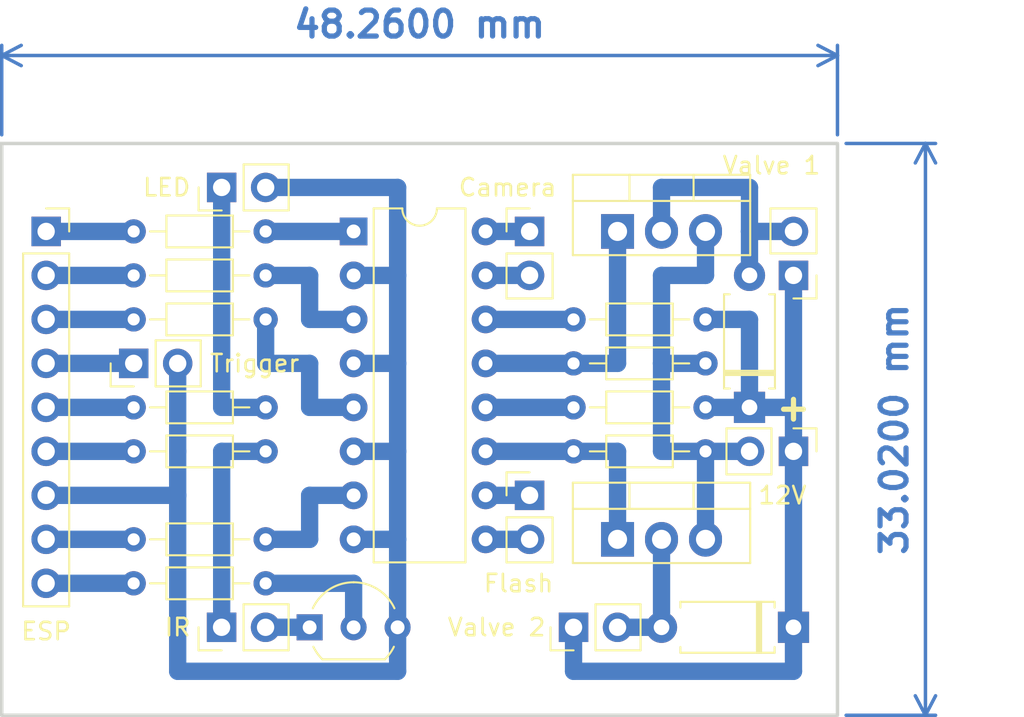
<source format=kicad_pcb>
(kicad_pcb (version 20211014) (generator pcbnew)
  (layers (0 "F.Cu" signal) (31 "B.Cu" signal) (34 "B.Paste" user) (35 "F.Paste" user) (36 "B.SilkS" user "B.Silkscreen") (37 "F.SilkS" user "F.Silkscreen") (38 "B.Mask" user) (39 "F.Mask" user) (44 "Edge.Cuts" user))
  (net 0 "")
  (net 1 "Net-(D1-Pad2)")
  (net 2 "+12V")
  (net 3 "GND")
  (net 4 "Net-(D2-Pad2)")
  (net 5 "Net-(J11-Pad1)")
  (net 6 "Net-(J11-Pad2)")
  (net 7 "Net-(J14-Pad1)")
  (net 8 "Net-(J14-Pad2)")
  (net 9 "Net-(R1-Pad2)")
  (net 10 "Net-(R2-Pad2)")
  (net 11 "Net-(R3-Pad2)")
  (net 12 "Net-(R4-Pad2)")
  (net 13 "Net-(R7-Pad2)")
  (net 14 "Net-(U1-Pad14)")
  (net 15 "Net-(R6-Pad1)")
  (net 16 "Net-(R8-Pad1)")
  (net 17 "Net-(R1-Pad1)")
  (net 18 "Net-(R2-Pad1)")
  (net 19 "Net-(R3-Pad1)")
  (net 20 "Net-(R4-Pad1)")
  (net 21 "Net-(J1-Pad9)")
  (net 22 "Net-(R11-Pad1)")
  (net 23 "Net-(Q3-Pad1)")
  (net 24 "Net-(R9-Pad1)")
  (net 25 "Net-(R10-Pad2)")
  (net 26 "Net-(R9-Pad2)")
  (net 27 "/3.3V")
  (net 28 "/D3")
  (net 29 "/ESPGND")
  (footprint "Package_TO_SOT_THT:TO-220-3_Vertical" (layer "F.Cu") (at 134.62 58.42)
    (fp_text reference "Q1" hide)
    (fp_text value "IRLZ34N" hide)
    (fp_line (start 7.66 -3.27) (end 7.66 1.371) (layer "F.SilkS") (width 0.12))
    (fp_line (start -2.58 1.371) (end 7.66 1.371) (layer "F.SilkS") (width 0.12))
    (fp_line (start -2.58 -1.76) (end 7.66 -1.76) (layer "F.SilkS") (width 0.12))
    (fp_line (start 0.69 -3.27) (end 0.69 -1.76) (layer "F.SilkS") (width 0.12))
    (fp_line (start -2.58 -3.27) (end -2.58 1.371) (layer "F.SilkS") (width 0.12))
    (fp_line (start 4.391 -3.27) (end 4.391 -1.76) (layer "F.SilkS") (width 0.12))
    (fp_line (start -2.58 -3.27) (end 7.66 -3.27) (layer "F.SilkS") (width 0.12))
    (pad "1" thru_hole rect (at 0 0) (size 1.905 2) (drill 1.1) (layers *.Cu *.Mask) (net 15 "Net-(R6-Pad1)"))
    (pad "2" thru_hole oval (at 2.54 0) (size 1.905 2) (drill 1.1) (layers *.Cu *.Mask) (net 1 "Net-(D1-Pad2)"))
    (pad "3" thru_hole oval (at 5.08 0) (size 1.905 2) (drill 1.1) (layers *.Cu *.Mask) (net 3 "GND"))
  )
  (footprint "Resistor_THT:R_Axial_DIN0204_L3.6mm_D1.6mm_P7.62mm_Horizontal" (layer "F.Cu") (at 106.68 63.5)
    (fp_text reference "R3" hide)
    (fp_text value "100R")
    (fp_line (start 5.73 0.92) (end 5.73 -0.92) (layer "F.SilkS") (width 0.12))
    (fp_line (start 1.89 0.92) (end 5.73 0.92) (layer "F.SilkS") (width 0.12))
    (fp_line (start 1.89 -0.92) (end 1.89 0.92) (layer "F.SilkS") (width 0.12))
    (fp_line (start 5.73 -0.92) (end 1.89 -0.92) (layer "F.SilkS") (width 0.12))
    (fp_line (start 0.94 0) (end 1.89 0) (layer "F.SilkS") (width 0.12))
    (fp_line (start 6.68 0) (end 5.73 0) (layer "F.SilkS") (width 0.12))
    (pad "1" thru_hole circle (at 0 0) (size 1.4 1.4) (drill 0.7) (layers *.Cu *.Mask) (net 19 "Net-(R3-Pad1)"))
    (pad "2" thru_hole oval (at 7.62 0) (size 1.4 1.4) (drill 0.7) (layers *.Cu *.Mask) (net 11 "Net-(R3-Pad2)"))
  )
  (footprint "Resistor_THT:R_Axial_DIN0204_L3.6mm_D1.6mm_P7.62mm_Horizontal" (layer "F.Cu") (at 106.68 58.42)
    (fp_text reference "R1" hide)
    (fp_text value "100R")
    (fp_line (start 0.94 0) (end 1.89 0) (layer "F.SilkS") (width 0.12))
    (fp_line (start 1.89 0.92) (end 5.73 0.92) (layer "F.SilkS") (width 0.12))
    (fp_line (start 5.73 -0.92) (end 1.89 -0.92) (layer "F.SilkS") (width 0.12))
    (fp_line (start 5.73 0.92) (end 5.73 -0.92) (layer "F.SilkS") (width 0.12))
    (fp_line (start 6.68 0) (end 5.73 0) (layer "F.SilkS") (width 0.12))
    (fp_line (start 1.89 -0.92) (end 1.89 0.92) (layer "F.SilkS") (width 0.12))
    (pad "1" thru_hole circle (at 0 0) (size 1.4 1.4) (drill 0.7) (layers *.Cu *.Mask) (net 17 "Net-(R1-Pad1)"))
    (pad "2" thru_hole oval (at 7.62 0) (size 1.4 1.4) (drill 0.7) (layers *.Cu *.Mask) (net 9 "Net-(R1-Pad2)"))
  )
  (footprint "Resistor_THT:R_Axial_DIN0204_L3.6mm_D1.6mm_P7.62mm_Horizontal" (layer "F.Cu") (at 106.68 76.2)
    (fp_text reference "R4" hide)
    (fp_text value "100R")
    (fp_line (start 1.89 -0.92) (end 1.89 0.92) (layer "F.SilkS") (width 0.12))
    (fp_line (start 6.68 0) (end 5.73 0) (layer "F.SilkS") (width 0.12))
    (fp_line (start 5.73 -0.92) (end 1.89 -0.92) (layer "F.SilkS") (width 0.12))
    (fp_line (start 5.73 0.92) (end 5.73 -0.92) (layer "F.SilkS") (width 0.12))
    (fp_line (start 1.89 0.92) (end 5.73 0.92) (layer "F.SilkS") (width 0.12))
    (fp_line (start 0.94 0) (end 1.89 0) (layer "F.SilkS") (width 0.12))
    (pad "1" thru_hole circle (at 0 0) (size 1.4 1.4) (drill 0.7) (layers *.Cu *.Mask) (net 20 "Net-(R4-Pad1)"))
    (pad "2" thru_hole oval (at 7.62 0) (size 1.4 1.4) (drill 0.7) (layers *.Cu *.Mask) (net 12 "Net-(R4-Pad2)"))
  )
  (footprint "Diode_THT:D_A-405_P7.62mm_Horizontal" (layer "F.Cu") (at 142.24 68.58 90)
    (fp_text reference "D1" hide)
    (fp_text value "1N4007" hide)
    (fp_line (start 1.09 1.47) (end 6.53 1.47) (layer "F.SilkS") (width 0.12))
    (fp_line (start 2.11 -1.47) (end 2.11 1.47) (layer "F.SilkS") (width 0.12))
    (fp_line (start 1.99 -1.47) (end 1.99 1.47) (layer "F.SilkS") (width 0.12))
    (fp_line (start 1.09 -1.47) (end 6.53 -1.47) (layer "F.SilkS") (width 0.12))
    (fp_line (start 1.09 1.14) (end 1.09 1.47) (layer "F.SilkS") (width 0.12))
    (fp_line (start 6.53 -1.47) (end 6.53 -1.14) (layer "F.SilkS") (width 0.12))
    (fp_line (start 1.87 -1.47) (end 1.87 1.47) (layer "F.SilkS") (width 0.12))
    (fp_line (start 1.09 -1.14) (end 1.09 -1.47) (layer "F.SilkS") (width 0.12))
    (fp_line (start 6.53 1.47) (end 6.53 1.14) (layer "F.SilkS") (width 0.12))
    (pad "1" thru_hole rect (at 0 0 90) (size 1.8 1.8) (drill 0.9) (layers *.Cu *.Mask) (net 2 "+12V"))
    (pad "2" thru_hole oval (at 7.62 0 90) (size 1.8 1.8) (drill 0.9) (layers *.Cu *.Mask) (net 1 "Net-(D1-Pad2)"))
  )
  (footprint "Package_DIP:DIP-16_W7.62mm" (layer "F.Cu") (at 119.38 58.42)
    (fp_text reference "U1" hide)
    (fp_text value "LTV-247" hide)
    (fp_line (start 6.46 19.11) (end 6.46 -1.33) (layer "F.SilkS") (width 0.12))
    (fp_line (start 2.81 -1.33) (end 1.16 -1.33) (layer "F.SilkS") (width 0.12))
    (fp_line (start 1.16 -1.33) (end 1.16 19.11) (layer "F.SilkS") (width 0.12))
    (fp_line (start 1.16 19.11) (end 6.46 19.11) (layer "F.SilkS") (width 0.12))
    (fp_line (start 6.46 -1.33) (end 4.81 -1.33) (layer "F.SilkS") (width 0.12))
    (fp_arc (start 4.81 -1.33) (mid 3.81 -0.33) (end 2.81 -1.33) (layer "F.SilkS") (width 0.12))
    (pad "1" thru_hole rect (at 0 0) (size 1.6 1.6) (drill 0.8) (layers *.Cu *.Mask) (net 9 "Net-(R1-Pad2)"))
    (pad "2" thru_hole oval (at 0 2.54) (size 1.6 1.6) (drill 0.8) (layers *.Cu *.Mask) (net 29 "/ESPGND"))
    (pad "3" thru_hole oval (at 0 5.08) (size 1.6 1.6) (drill 0.8) (layers *.Cu *.Mask) (net 10 "Net-(R2-Pad2)"))
    (pad "4" thru_hole oval (at 0 7.62) (size 1.6 1.6) (drill 0.8) (layers *.Cu *.Mask) (net 29 "/ESPGND"))
    (pad "5" thru_hole oval (at 0 10.16) (size 1.6 1.6) (drill 0.8) (layers *.Cu *.Mask) (net 11 "Net-(R3-Pad2)"))
    (pad "6" thru_hole oval (at 0 12.7) (size 1.6 1.6) (drill 0.8) (layers *.Cu *.Mask) (net 29 "/ESPGND"))
    (pad "7" thru_hole oval (at 0 15.24) (size 1.6 1.6) (drill 0.8) (layers *.Cu *.Mask) (net 12 "Net-(R4-Pad2)"))
    (pad "8" thru_hole oval (at 0 17.78) (size 1.6 1.6) (drill 0.8) (layers *.Cu *.Mask) (net 29 "/ESPGND"))
    (pad "9" thru_hole oval (at 7.62 17.78) (size 1.6 1.6) (drill 0.8) (layers *.Cu *.Mask) (net 8 "Net-(J14-Pad2)"))
    (pad "10" thru_hole oval (at 7.62 15.24) (size 1.6 1.6) (drill 0.8) (layers *.Cu *.Mask) (net 7 "Net-(J14-Pad1)"))
    (pad "11" thru_hole oval (at 7.62 12.7) (size 1.6 1.6) (drill 0.8) (layers *.Cu *.Mask) (net 16 "Net-(R8-Pad1)"))
    (pad "12" thru_hole oval (at 7.62 10.16) (size 1.6 1.6) (drill 0.8) (layers *.Cu *.Mask) (net 13 "Net-(R7-Pad2)"))
    (pad "13" thru_hole oval (at 7.62 7.62) (size 1.6 1.6) (drill 0.8) (layers *.Cu *.Mask) (net 15 "Net-(R6-Pad1)"))
    (pad "14" thru_hole oval (at 7.62 5.08) (size 1.6 1.6) (drill 0.8) (layers *.Cu *.Mask) (net 14 "Net-(U1-Pad14)"))
    (pad "15" thru_hole oval (at 7.62 2.54) (size 1.6 1.6) (drill 0.8) (layers *.Cu *.Mask) (net 6 "Net-(J11-Pad2)"))
    (pad "16" thru_hole oval (at 7.62 0) (size 1.6 1.6) (drill 0.8) (layers *.Cu *.Mask) (net 5 "Net-(J11-Pad1)"))
  )
  (footprint "Connector_PinSocket_2.54mm:PinSocket_1x09_P2.54mm_Vertical" (layer "F.Cu") (at 101.625 58.42)
    (fp_text reference "J1" hide)
    (fp_text value "ESP" (at 0 23.09) (layer "F.SilkS"))
    (fp_line (start -1.33 1.27) (end 1.33 1.27) (layer "F.SilkS") (width 0.12))
    (fp_line (start 1.33 -1.33) (end 1.33 0) (layer "F.SilkS") (width 0.12))
    (fp_line (start -1.33 1.27) (end -1.33 21.65) (layer "F.SilkS") (width 0.12))
    (fp_line (start -1.33 21.65) (end 1.33 21.65) (layer "F.SilkS") (width 0.12))
    (fp_line (start 1.33 1.27) (end 1.33 21.65) (layer "F.SilkS") (width 0.12))
    (fp_line (start 0 -1.33) (end 1.33 -1.33) (layer "F.SilkS") (width 0.12))
    (pad "1" thru_hole rect (at 0 0) (size 1.7 1.7) (drill 1) (layers *.Cu *.Mask) (net 17 "Net-(R1-Pad1)"))
    (pad "2" thru_hole oval (at 0 2.54) (size 1.7 1.7) (drill 1) (layers *.Cu *.Mask) (net 18 "Net-(R2-Pad1)"))
    (pad "3" thru_hole oval (at 0 5.08) (size 1.7 1.7) (drill 1) (layers *.Cu *.Mask) (net 19 "Net-(R3-Pad1)"))
    (pad "4" thru_hole oval (at 0 7.62) (size 1.7 1.7) (drill 1) (layers *.Cu *.Mask) (net 28 "/D3"))
    (pad "5" thru_hole oval (at 0 10.16) (size 1.7 1.7) (drill 1) (layers *.Cu *.Mask) (net 26 "Net-(R9-Pad2)"))
    (pad "6" thru_hole oval (at 0 12.7) (size 1.7 1.7) (drill 1) (layers *.Cu *.Mask) (net 27 "/3.3V"))
    (pad "7" thru_hole oval (at 0 15.24) (size 1.7 1.7) (drill 1) (layers *.Cu *.Mask) (net 29 "/ESPGND"))
    (pad "8" thru_hole oval (at 0 17.78) (size 1.7 1.7) (drill 1) (layers *.Cu *.Mask) (net 20 "Net-(R4-Pad1)"))
    (pad "9" thru_hole oval (at 0 20.32) (size 1.7 1.7) (drill 1) (layers *.Cu *.Mask) (net 21 "Net-(J1-Pad9)"))
  )
  (footprint "Resistor_THT:R_Axial_DIN0204_L3.6mm_D1.6mm_P7.62mm_Horizontal" (layer "F.Cu") (at 106.68 60.96)
    (fp_text reference "R2" hide)
    (fp_text value "100R")
    (fp_line (start 1.89 -0.92) (end 1.89 0.92) (layer "F.SilkS") (width 0.12))
    (fp_line (start 1.89 0.92) (end 5.73 0.92) (layer "F.SilkS") (width 0.12))
    (fp_line (start 0.94 0) (end 1.89 0) (layer "F.SilkS") (width 0.12))
    (fp_line (start 5.73 0.92) (end 5.73 -0.92) (layer "F.SilkS") (width 0.12))
    (fp_line (start 5.73 -0.92) (end 1.89 -0.92) (layer "F.SilkS") (width 0.12))
    (fp_line (start 6.68 0) (end 5.73 0) (layer "F.SilkS") (width 0.12))
    (pad "1" thru_hole circle (at 0 0) (size 1.4 1.4) (drill 0.7) (layers *.Cu *.Mask) (net 18 "Net-(R2-Pad1)"))
    (pad "2" thru_hole oval (at 7.62 0) (size 1.4 1.4) (drill 0.7) (layers *.Cu *.Mask) (net 10 "Net-(R2-Pad2)"))
  )
  (footprint "Connector_PinHeader_2.54mm:PinHeader_1x02_P2.54mm_Vertical" (layer "F.Cu") (at 144.78 60.96 180)
    (fp_text reference "J12" hide)
    (fp_text value "Valve 1" (at 1.27 6.35) (layer "F.SilkS"))
    (fp_line (start -1.33 0) (end -1.33 -1.33) (layer "F.SilkS") (width 0.12))
    (fp_line (start -1.33 -1.33) (end 0 -1.33) (layer "F.SilkS") (width 0.12))
    (fp_line (start -1.33 1.27) (end -1.33 3.87) (layer "F.SilkS") (width 0.12))
    (fp_line (start 1.33 1.27) (end 1.33 3.87) (layer "F.SilkS") (width 0.12))
    (fp_line (start -1.33 1.27) (end 1.33 1.27) (layer "F.SilkS") (width 0.12))
    (fp_line (start -1.33 3.87) (end 1.33 3.87) (layer "F.SilkS") (width 0.12))
    (pad "1" thru_hole rect (at 0 0 180) (size 1.7 1.7) (drill 1) (layers *.Cu *.Mask) (net 2 "+12V"))
    (pad "2" thru_hole oval (at 0 2.54 180) (size 1.7 1.7) (drill 1) (layers *.Cu *.Mask) (net 1 "Net-(D1-Pad2)"))
  )
  (footprint "Resistor_THT:R_Axial_DIN0204_L3.6mm_D1.6mm_P7.62mm_Horizontal" (layer "F.Cu") (at 106.68 78.74)
    (fp_text reference "R10" hide)
    (fp_text value "1K")
    (fp_line (start 0.94 0) (end 1.89 0) (layer "F.SilkS") (width 0.12))
    (fp_line (start 5.73 -0.92) (end 1.89 -0.92) (layer "F.SilkS") (width 0.12))
    (fp_line (start 6.68 0) (end 5.73 0) (layer "F.SilkS") (width 0.12))
    (fp_line (start 1.89 -0.92) (end 1.89 0.92) (layer "F.SilkS") (width 0.12))
    (fp_line (start 1.89 0.92) (end 5.73 0.92) (layer "F.SilkS") (width 0.12))
    (fp_line (start 5.73 0.92) (end 5.73 -0.92) (layer "F.SilkS") (width 0.12))
    (pad "1" thru_hole circle (at 0 0) (size 1.4 1.4) (drill 0.7) (layers *.Cu *.Mask) (net 21 "Net-(J1-Pad9)"))
    (pad "2" thru_hole oval (at 7.62 0) (size 1.4 1.4) (drill 0.7) (layers *.Cu *.Mask) (net 25 "Net-(R10-Pad2)"))
  )
  (footprint "Connector_PinHeader_2.54mm:PinHeader_1x02_P2.54mm_Vertical" (layer "F.Cu") (at 111.755 81.28 90)
    (fp_text reference "J15" hide)
    (fp_text value "IR" (at 0 -2.535 180) (layer "F.SilkS"))
    (fp_line (start -1.33 0) (end -1.33 -1.33) (layer "F.SilkS") (width 0.12))
    (fp_line (start 1.33 1.27) (end 1.33 3.87) (layer "F.SilkS") (width 0.12))
    (fp_line (start -1.33 1.27) (end 1.33 1.27) (layer "F.SilkS") (width 0.12))
    (fp_line (start -1.33 -1.33) (end 0 -1.33) (layer "F.SilkS") (width 0.12))
    (fp_line (start -1.33 1.27) (end -1.33 3.87) (layer "F.SilkS") (width 0.12))
    (fp_line (start -1.33 3.87) (end 1.33 3.87) (layer "F.SilkS") (width 0.12))
    (pad "1" thru_hole rect (at 0 0 90) (size 1.7 1.7) (drill 1) (layers *.Cu *.Mask) (net 22 "Net-(R11-Pad1)"))
    (pad "2" thru_hole oval (at 0 2.54 90) (size 1.7 1.7) (drill 1) (layers *.Cu *.Mask) (net 23 "Net-(Q3-Pad1)"))
  )
  (footprint "Resistor_THT:R_Axial_DIN0204_L3.6mm_D1.6mm_P7.62mm_Horizontal" (layer "F.Cu") (at 132.08 71.12)
    (fp_text reference "R8" hide)
    (fp_text value "1K")
    (fp_line (start 1.89 -0.92) (end 1.89 0.92) (layer "F.SilkS") (width 0.12))
    (fp_line (start 1.89 0.92) (end 5.73 0.92) (layer "F.SilkS") (width 0.12))
    (fp_line (start 0.94 0) (end 1.89 0) (layer "F.SilkS") (width 0.12))
    (fp_line (start 5.73 0.92) (end 5.73 -0.92) (layer "F.SilkS") (width 0.12))
    (fp_line (start 5.73 -0.92) (end 1.89 -0.92) (layer "F.SilkS") (width 0.12))
    (fp_line (start 6.68 0) (end 5.73 0) (layer "F.SilkS") (width 0.12))
    (pad "1" thru_hole circle (at 0 0) (size 1.4 1.4) (drill 0.7) (layers *.Cu *.Mask) (net 16 "Net-(R8-Pad1)"))
    (pad "2" thru_hole oval (at 7.62 0) (size 1.4 1.4) (drill 0.7) (layers *.Cu *.Mask) (net 3 "GND"))
  )
  (footprint "Diode_THT:D_A-405_P7.62mm_Horizontal" (layer "F.Cu") (at 144.78 81.28 180)
    (fp_text reference "D2" hide)
    (fp_text value "1N4007" hide)
    (fp_line (start 6.53 -1.47) (end 6.53 -1.14) (layer "F.SilkS") (width 0.12))
    (fp_line (start 1.09 -1.47) (end 6.53 -1.47) (layer "F.SilkS") (width 0.12))
    (fp_line (start 1.09 1.14) (end 1.09 1.47) (layer "F.SilkS") (width 0.12))
    (fp_line (start 1.99 -1.47) (end 1.99 1.47) (layer "F.SilkS") (width 0.12))
    (fp_line (start 1.09 1.47) (end 6.53 1.47) (layer "F.SilkS") (width 0.12))
    (fp_line (start 1.87 -1.47) (end 1.87 1.47) (layer "F.SilkS") (width 0.12))
    (fp_line (start 1.09 -1.14) (end 1.09 -1.47) (layer "F.SilkS") (width 0.12))
    (fp_line (start 2.11 -1.47) (end 2.11 1.47) (layer "F.SilkS") (width 0.12))
    (fp_line (start 6.53 1.47) (end 6.53 1.14) (layer "F.SilkS") (width 0.12))
    (pad "1" thru_hole rect (at 0 0 180) (size 1.8 1.8) (drill 0.9) (layers *.Cu *.Mask) (net 2 "+12V"))
    (pad "2" thru_hole oval (at 7.62 0 180) (size 1.8 1.8) (drill 0.9) (layers *.Cu *.Mask) (net 4 "Net-(D2-Pad2)"))
  )
  (footprint "Resistor_THT:R_Axial_DIN0204_L3.6mm_D1.6mm_P7.62mm_Horizontal" (layer "F.Cu") (at 114.3 71.12 180)
    (fp_text reference "R11" hide)
    (fp_text value "22R")
    (fp_line (start 5.73 0.92) (end 5.73 -0.92) (layer "F.SilkS") (width 0.12))
    (fp_line (start 6.68 0) (end 5.73 0) (layer "F.SilkS") (width 0.12))
    (fp_line (start 1.89 -0.92) (end 1.89 0.92) (layer "F.SilkS") (width 0.12))
    (fp_line (start 1.89 0.92) (end 5.73 0.92) (layer "F.SilkS") (width 0.12))
    (fp_line (start 0.94 0) (end 1.89 0) (layer "F.SilkS") (width 0.12))
    (fp_line (start 5.73 -0.92) (end 1.89 -0.92) (layer "F.SilkS") (width 0.12))
    (pad "1" thru_hole circle (at 0 0 180) (size 1.4 1.4) (drill 0.7) (layers *.Cu *.Mask) (net 22 "Net-(R11-Pad1)"))
    (pad "2" thru_hole oval (at 7.62 0 180) (size 1.4 1.4) (drill 0.7) (layers *.Cu *.Mask) (net 27 "/3.3V"))
  )
  (footprint "Resistor_THT:R_Axial_DIN0204_L3.6mm_D1.6mm_P7.62mm_Horizontal" (layer "F.Cu") (at 114.3 68.58 180)
    (fp_text reference "R9" hide)
    (fp_text value "200R")
    (fp_line (start 5.73 -0.92) (end 1.89 -0.92) (layer "F.SilkS") (width 0.12))
    (fp_line (start 1.89 0.92) (end 5.73 0.92) (layer "F.SilkS") (width 0.12))
    (fp_line (start 6.68 0) (end 5.73 0) (layer "F.SilkS") (width 0.12))
    (fp_line (start 1.89 -0.92) (end 1.89 0.92) (layer "F.SilkS") (width 0.12))
    (fp_line (start 0.94 0) (end 1.89 0) (layer "F.SilkS") (width 0.12))
    (fp_line (start 5.73 0.92) (end 5.73 -0.92) (layer "F.SilkS") (width 0.12))
    (pad "1" thru_hole circle (at 0 0 180) (size 1.4 1.4) (drill 0.7) (layers *.Cu *.Mask) (net 24 "Net-(R9-Pad1)"))
    (pad "2" thru_hole oval (at 7.62 0 180) (size 1.4 1.4) (drill 0.7) (layers *.Cu *.Mask) (net 26 "Net-(R9-Pad2)"))
  )
  (footprint "Resistor_THT:R_Axial_DIN0204_L3.6mm_D1.6mm_P7.62mm_Horizontal" (layer "F.Cu") (at 139.7 68.58 180)
    (fp_text reference "R7" hide)
    (fp_text value "1K")
    (fp_line (start 1.89 -0.92) (end 1.89 0.92) (layer "F.SilkS") (width 0.12))
    (fp_line (start 6.68 0) (end 5.73 0) (layer "F.SilkS") (width 0.12))
    (fp_line (start 0.94 0) (end 1.89 0) (layer "F.SilkS") (width 0.12))
    (fp_line (start 5.73 0.92) (end 5.73 -0.92) (layer "F.SilkS") (width 0.12))
    (fp_line (start 5.73 -0.92) (end 1.89 -0.92) (layer "F.SilkS") (width 0.12))
    (fp_line (start 1.89 0.92) (end 5.73 0.92) (layer "F.SilkS") (width 0.12))
    (pad "1" thru_hole circle (at 0 0 180) (size 1.4 1.4) (drill 0.7) (layers *.Cu *.Mask) (net 2 "+12V"))
    (pad "2" thru_hole oval (at 7.62 0 180) (size 1.4 1.4) (drill 0.7) (layers *.Cu *.Mask) (net 13 "Net-(R7-Pad2)"))
  )
  (footprint "Connector_PinHeader_2.54mm:PinHeader_1x02_P2.54mm_Vertical" (layer "F.Cu") (at 129.54 73.66)
    (fp_text reference "J14" hide)
    (fp_text value "Flash" (at -0.635 5.08 180) (layer "F.SilkS"))
    (fp_line (start -1.33 0) (end -1.33 -1.33) (layer "F.SilkS") (width 0.12))
    (fp_line (start -1.33 3.87) (end 1.33 3.87) (layer "F.SilkS") (width 0.12))
    (fp_line (start -1.33 1.27) (end -1.33 3.87) (layer "F.SilkS") (width 0.12))
    (fp_line (start 1.33 1.27) (end 1.33 3.87) (layer "F.SilkS") (width 0.12))
    (fp_line (start -1.33 1.27) (end 1.33 1.27) (layer "F.SilkS") (width 0.12))
    (fp_line (start -1.33 -1.33) (end 0 -1.33) (layer "F.SilkS") (width 0.12))
    (pad "1" thru_hole rect (at 0 0) (size 1.7 1.7) (drill 1) (layers *.Cu *.Mask) (net 7 "Net-(J14-Pad1)"))
    (pad "2" thru_hole oval (at 0 2.54) (size 1.7 1.7) (drill 1) (layers *.Cu *.Mask) (net 8 "Net-(J14-Pad2)"))
  )
  (footprint "Connector_PinHeader_2.54mm:PinHeader_1x02_P2.54mm_Vertical" (layer "F.Cu") (at 129.54 58.42)
    (fp_text reference "J11" hide)
    (fp_text value "Camera" (at -1.27 -2.54 180) (layer "F.SilkS"))
    (fp_line (start -1.33 1.27) (end 1.33 1.27) (layer "F.SilkS") (width 0.12))
    (fp_line (start -1.33 -1.33) (end 0 -1.33) (layer "F.SilkS") (width 0.12))
    (fp_line (start -1.33 0) (end -1.33 -1.33) (layer "F.SilkS") (width 0.12))
    (fp_line (start -1.33 1.27) (end -1.33 3.87) (layer "F.SilkS") (width 0.12))
    (fp_line (start 1.33 1.27) (end 1.33 3.87) (layer "F.SilkS") (width 0.12))
    (fp_line (start -1.33 3.87) (end 1.33 3.87) (layer "F.SilkS") (width 0.12))
    (pad "1" thru_hole rect (at 0 0) (size 1.7 1.7) (drill 1) (layers *.Cu *.Mask) (net 5 "Net-(J11-Pad1)"))
    (pad "2" thru_hole oval (at 0 2.54) (size 1.7 1.7) (drill 1) (layers *.Cu *.Mask) (net 6 "Net-(J11-Pad2)"))
  )
  (footprint "Connector_PinHeader_2.54mm:PinHeader_1x02_P2.54mm_Vertical" (layer "F.Cu") (at 132.08 81.28 90)
    (fp_text reference "J13" hide)
    (fp_text value "Valve 2" (at 0 -4.445) (layer "F.SilkS"))
    (fp_line (start -1.33 1.27) (end -1.33 3.87) (layer "F.SilkS") (width 0.12))
    (fp_line (start 1.33 1.27) (end 1.33 3.87) (layer "F.SilkS") (width 0.12))
    (fp_line (start -1.33 3.87) (end 1.33 3.87) (layer "F.SilkS") (width 0.12))
    (fp_line (start -1.33 -1.33) (end 0 -1.33) (layer "F.SilkS") (width 0.12))
    (fp_line (start -1.33 1.27) (end 1.33 1.27) (layer "F.SilkS") (width 0.12))
    (fp_line (start -1.33 0) (end -1.33 -1.33) (layer "F.SilkS") (width 0.12))
    (pad "1" thru_hole rect (at 0 0 90) (size 1.7 1.7) (drill 1) (layers *.Cu *.Mask) (net 2 "+12V"))
    (pad "2" thru_hole oval (at 0 2.54 90) (size 1.7 1.7) (drill 1) (layers *.Cu *.Mask) (net 4 "Net-(D2-Pad2)"))
  )
  (footprint "Resistor_THT:R_Axial_DIN0204_L3.6mm_D1.6mm_P7.62mm_Horizontal" (layer "F.Cu") (at 139.7 63.5 180)
    (fp_text reference "R5" hide)
    (fp_text value "1K")
    (fp_line (start 1.89 -0.92) (end 1.89 0.92) (layer "F.SilkS") (width 0.12))
    (fp_line (start 1.89 0.92) (end 5.73 0.92) (layer "F.SilkS") (width 0.12))
    (fp_line (start 5.73 0.92) (end 5.73 -0.92) (layer "F.SilkS") (width 0.12))
    (fp_line (start 0.94 0) (end 1.89 0) (layer "F.SilkS") (width 0.12))
    (fp_line (start 6.68 0) (end 5.73 0) (layer "F.SilkS") (width 0.12))
    (fp_line (start 5.73 -0.92) (end 1.89 -0.92) (layer "F.SilkS") (width 0.12))
    (pad "1" thru_hole circle (at 0 0 180) (size 1.4 1.4) (drill 0.7) (layers *.Cu *.Mask) (net 2 "+12V"))
    (pad "2" thru_hole oval (at 7.62 0 180) (size 1.4 1.4) (drill 0.7) (layers *.Cu *.Mask) (net 14 "Net-(U1-Pad14)"))
  )
  (footprint "Connector_PinHeader_2.54mm:PinHeader_1x02_P2.54mm_Vertical" (layer "F.Cu") (at 106.68 66.04 90)
    (fp_text reference "J17" hide)
    (fp_text value "Trigger" (at 0 6.985 180) (layer "F.SilkS"))
    (fp_line (start -1.33 3.87) (end 1.33 3.87) (layer "F.SilkS") (width 0.12))
    (fp_line (start -1.33 -1.33) (end 0 -1.33) (layer "F.SilkS") (width 0.12))
    (fp_line (start 1.33 1.27) (end 1.33 3.87) (layer "F.SilkS") (width 0.12))
    (fp_line (start -1.33 1.27) (end 1.33 1.27) (layer "F.SilkS") (width 0.12))
    (fp_line (start -1.33 0) (end -1.33 -1.33) (layer "F.SilkS") (width 0.12))
    (fp_line (start -1.33 1.27) (end -1.33 3.87) (layer "F.SilkS") (width 0.12))
    (pad "1" thru_hole rect (at 0 0 90) (size 1.7 1.7) (drill 1) (layers *.Cu *.Mask) (net 28 "/D3"))
    (pad "2" thru_hole oval (at 0 2.54 90) (size 1.7 1.7) (drill 1) (layers *.Cu *.Mask) (net 29 "/ESPGND"))
  )
  (footprint "Resistor_THT:R_Axial_DIN0204_L3.6mm_D1.6mm_P7.62mm_Horizontal" (layer "F.Cu") (at 132.08 66.04)
    (fp_text reference "R6" hide)
    (fp_text value "1K")
    (fp_line (start 6.68 0) (end 5.73 0) (layer "F.SilkS") (width 0.12))
    (fp_line (start 1.89 -0.92) (end 1.89 0.92) (layer "F.SilkS") (width 0.12))
    (fp_line (start 5.73 0.92) (end 5.73 -0.92) (layer "F.SilkS") (width 0.12))
    (fp_line (start 0.94 0) (end 1.89 0) (layer "F.SilkS") (width 0.12))
    (fp_line (start 5.73 -0.92) (end 1.89 -0.92) (layer "F.SilkS") (width 0.12))
    (fp_line (start 1.89 0.92) (end 5.73 0.92) (layer "F.SilkS") (width 0.12))
    (pad "1" thru_hole circle (at 0 0) (size 1.4 1.4) (drill 0.7) (layers *.Cu *.Mask) (net 15 "Net-(R6-Pad1)"))
    (pad "2" thru_hole oval (at 7.62 0) (size 1.4 1.4) (drill 0.7) (layers *.Cu *.Mask) (net 3 "GND"))
  )
  (footprint "Connector_PinHeader_2.54mm:PinHeader_1x02_P2.54mm_Vertical" (layer "F.Cu") (at 144.78 71.12 -90)
    (fp_text reference "J10" hide)
    (fp_text value "12V" (at 2.54 0.635 180) (layer "F.SilkS"))
    (fp_line (start -1.33 3.87) (end 1.33 3.87) (layer "F.SilkS") (width 0.12))
    (fp_line (start -1.33 0) (end -1.33 -1.33) (layer "F.SilkS") (width 0.12))
    (fp_line (start -1.33 1.27) (end 1.33 1.27) (layer "F.SilkS") (width 0.12))
    (fp_line (start -1.33 1.27) (end -1.33 3.87) (layer "F.SilkS") (width 0.12))
    (fp_line (start 1.33 1.27) (end 1.33 3.87) (layer "F.SilkS") (width 0.12))
    (fp_line (start -1.33 -1.33) (end 0 -1.33) (layer "F.SilkS") (width 0.12))
    (pad "1" thru_hole rect (at 0 0 270) (size 1.7 1.7) (drill 1) (layers *.Cu *.Mask) (net 2 "+12V"))
    (pad "2" thru_hole oval (at 0 2.54 270) (size 1.7 1.7) (drill 1) (layers *.Cu *.Mask) (net 3 "GND"))
  )
  (footprint "Package_TO_SOT_THT:TO-92_Inline_Wide" (layer "F.Cu") (at 116.84 81.28)
    (fp_text reference "Q3" hide)
    (fp_text value "BC517" hide)
    (fp_line (start 0.74 1.85) (end 4.34 1.85) (layer "F.SilkS") (width 0.12))
    (fp_arc (start 2.54 -2.6) (mid 3.936979 -2.192818) (end 4.8964 -1.098807) (layer "F.SilkS") (width 0.12))
    (fp_arc (start 0.74 1.85) (mid 0.446097 1.509328) (end 0.215816 1.122795) (layer "F.SilkS") (width 0.12))
    (fp_arc (start 0.1836 -1.098807) (mid 1.143021 -2.192817) (end 2.54 -2.6) (layer "F.SilkS") (width 0.12))
    (fp_arc (start 4.864184 1.122795) (mid 4.633903 1.509328) (end 4.34 1.85) (layer "F.SilkS") (width 0.12))
    (pad "1" thru_hole rect (at 0 0) (size 1.5 1.5) (drill 0.8) (layers *.Cu *.Mask) (net 23 "Net-(Q3-Pad1)"))
    (pad "2" thru_hole circle (at 2.54 0) (size 1.5 1.5) (drill 0.8) (layers *.Cu *.Mask) (net 25 "Net-(R10-Pad2)"))
    (pad "3" thru_hole circle (at 5.08 0) (size 1.5 1.5) (drill 0.8) (layers *.Cu *.Mask) (net 29 "/ESPGND"))
  )
  (footprint "Package_TO_SOT_THT:TO-220-3_Vertical" (layer "F.Cu") (at 134.62 76.2)
    (fp_text reference "Q2" hide)
    (fp_text value "IRLZ34N" hide)
    (fp_line (start 0.69 -3.27) (end 0.69 -1.76) (layer "F.SilkS") (width 0.12))
    (fp_line (start -2.58 -1.76) (end 7.66 -1.76) (layer "F.SilkS") (width 0.12))
    (fp_line (start -2.58 -3.27) (end 7.66 -3.27) (layer "F.SilkS") (width 0.12))
    (fp_line (start -2.58 1.371) (end 7.66 1.371) (layer "F.SilkS") (width 0.12))
    (fp_line (start 4.391 -3.27) (end 4.391 -1.76) (layer "F.SilkS") (width 0.12))
    (fp_line (start -2.58 -3.27) (end -2.58 1.371) (layer "F.SilkS") (width 0.12))
    (fp_line (start 7.66 -3.27) (end 7.66 1.371) (layer "F.SilkS") (width 0.12))
    (pad "1" thru_hole rect (at 0 0) (size 1.905 2) (drill 1.1) (layers *.Cu *.Mask) (net 16 "Net-(R8-Pad1)"))
    (pad "2" thru_hole oval (at 2.54 0) (size 1.905 2) (drill 1.1) (layers *.Cu *.Mask) (net 4 "Net-(D2-Pad2)"))
    (pad "3" thru_hole oval (at 5.08 0) (size 1.905 2) (drill 1.1) (layers *.Cu *.Mask) (net 3 "GND"))
  )
  (footprint "Connector_PinHeader_2.54mm:PinHeader_1x02_P2.54mm_Vertical" (layer "F.Cu") (at 111.76 55.88 90)
    (fp_text reference "J16" hide)
    (fp_text value "LED" (at 0 -3.175 180) (layer "F.SilkS"))
    (fp_line (start -1.33 1.27) (end -1.33 3.87) (layer "F.SilkS") (width 0.12))
    (fp_line (start -1.33 -1.33) (end 0 -1.33) (layer "F.SilkS") (width 0.12))
    (fp_line (start 1.33 1.27) (end 1.33 3.87) (layer "F.SilkS") (width 0.12))
    (fp_line (start -1.33 3.87) (end 1.33 3.87) (layer "F.SilkS") (width 0.12))
    (fp_line (start -1.33 0) (end -1.33 -1.33) (layer "F.SilkS") (width 0.12))
    (fp_line (start -1.33 1.27) (end 1.33 1.27) (layer "F.SilkS") (width 0.12))
    (pad "1" thru_hole rect (at 0 0 90) (size 1.7 1.7) (drill 1) (layers *.Cu *.Mask) (net 24 "Net-(R9-Pad1)"))
    (pad "2" thru_hole oval (at 0 2.54 90) (size 1.7 1.7) (drill 1) (layers *.Cu *.Mask) (net 29 "/ESPGND"))
  )
  (gr_rect (start 147.32 86.36) (end 99.06 53.34) (layer "Edge.Cuts") (width 0.2) (fill none))
  (gr_text "+" (at 144.78 68.58) (layer "F.SilkS") (effects (font (size 1.5 1.5) (thickness 0.3)) (justify mirror)))
  (dimension (type aligned) (layer "B.Cu") (pts (xy 99.06 53.34) (xy 147.32 53.34)) (height -5.08) (gr_text "48,2600 mm" (at 123.19 46.46) (layer "B.Cu") (effects (font (size 1.5 1.5) (thickness 0.3)))) (format (units 3) (units_format 1) (precision 4)) (style (thickness 0.2) (arrow_length 1.27) (text_position_mode 0) (extension_height 0.58642) (extension_offset 0.5) keep_text_aligned))
  (dimension (type aligned) (layer "B.Cu") (pts (xy 147.32 53.34) (xy 147.32 86.36)) (height -5.08) (gr_text "33,0200 mm" (at 150.6 69.85 90) (layer "B.Cu") (effects (font (size 1.5 1.5) (thickness 0.3)))) (format (units 3) (units_format 1) (precision 4)) (style (thickness 0.2) (arrow_length 1.27) (text_position_mode 0) (extension_height 0.58642) (extension_offset 0.5) keep_text_aligned))
  (segment (start 137.16 58.42) (end 137.16 55.88) (width 1) (layer "B.Cu") (net 1))
  (segment (start 137.16 55.88) (end 142.24 55.88) (width 1) (layer "B.Cu") (net 1))
  (segment (start 144.78 58.42) (end 142.24 58.42) (width 1) (layer "B.Cu") (net 1))
  (segment (start 142.24 58.42) (end 142.24 55.88) (width 1) (layer "B.Cu") (net 1))
  (segment (start 142.24 60.96) (end 142.24 58.42) (width 1) (layer "B.Cu") (net 1))
  (segment (start 142.24 63.5) (end 142.24 68.58) (width 1) (layer "B.Cu") (net 2))
  (segment (start 144.78 68.58) (end 139.7 68.58) (width 1) (layer "B.Cu") (net 2))
  (segment (start 139.7 63.5) (end 142.24 63.5) (width 1) (layer "B.Cu") (net 2))
  (segment (start 144.78 68.58) (end 144.78 60.96) (width 1) (layer "B.Cu") (net 2))
  (segment (start 132.08 83.82) (end 132.08 81.28) (width 1) (layer "B.Cu") (net 2))
  (segment (start 144.78 83.82) (end 132.08 83.82) (width 1) (layer "B.Cu") (net 2))
  (segment (start 144.78 68.58) (end 144.78 83.82) (width 1) (layer "B.Cu") (net 2))
  (segment (start 137.16 60.96) (end 139.7 60.96) (width 1) (layer "B.Cu") (net 3))
  (segment (start 139.7 71.12) (end 137.16 71.12) (width 1) (layer "B.Cu") (net 3))
  (segment (start 137.16 71.12) (end 137.16 66.04) (width 1) (layer "B.Cu") (net 3))
  (segment (start 137.16 66.04) (end 139.7 66.04) (width 1) (layer "B.Cu") (net 3))
  (segment (start 137.16 66.04) (end 137.16 60.96) (width 1) (layer "B.Cu") (net 3))
  (segment (start 139.7 71.12) (end 142.24 71.12) (width 1) (layer "B.Cu") (net 3))
  (segment (start 139.7 76.2) (end 139.7 71.12) (width 1) (layer "B.Cu") (net 3))
  (segment (start 139.7 60.96) (end 139.7 58.42) (width 1) (layer "B.Cu") (net 3))
  (segment (start 137.16 81.28) (end 134.62 81.28) (width 1) (layer "B.Cu") (net 4))
  (segment (start 137.16 76.2) (end 137.16 81.28) (width 1) (layer "B.Cu") (net 4))
  (segment (start 127 58.42) (end 129.54 58.42) (width 1) (layer "B.Cu") (net 5))
  (segment (start 127 60.96) (end 129.54 60.96) (width 1) (layer "B.Cu") (net 6))
  (segment (start 127 73.66) (end 129.54 73.66) (width 1) (layer "B.Cu") (net 7))
  (segment (start 127 76.2) (end 129.54 76.2) (width 1) (layer "B.Cu") (net 8))
  (segment (start 114.3 58.42) (end 119.38 58.42) (width 1) (layer "B.Cu") (net 9))
  (segment (start 116.84 63.5) (end 116.84 60.96) (width 1) (layer "B.Cu") (net 10))
  (segment (start 116.84 63.5) (end 119.38 63.5) (width 1) (layer "B.Cu") (net 10))
  (segment (start 116.84 60.96) (end 114.3 60.96) (width 1) (layer "B.Cu") (net 10))
  (segment (start 116.84 68.58) (end 119.38 68.58) (width 1) (layer "B.Cu") (net 11))
  (segment (start 114.3 66.04) (end 114.3 63.5) (width 1) (layer "B.Cu") (net 11))
  (segment (start 116.84 68.58) (end 116.84 66.04) (width 1) (layer "B.Cu") (net 11))
  (segment (start 116.84 66.04) (end 114.3 66.04) (width 1) (layer "B.Cu") (net 11))
  (segment (start 116.84 73.66) (end 119.38 73.66) (width 1) (layer "B.Cu") (net 12))
  (segment (start 114.3 76.2) (end 116.84 76.2) (width 1) (layer "B.Cu") (net 12))
  (segment (start 116.84 76.2) (end 116.84 73.66) (width 1) (layer "B.Cu") (net 12))
  (segment (start 127 68.58) (end 132.08 68.58) (width 1) (layer "B.Cu") (net 13))
  (segment (start 127 63.5) (end 132.08 63.5) (width 1) (layer "B.Cu") (net 14))
  (segment (start 127 66.04) (end 134.62 66.04) (width 1) (layer "B.Cu") (net 15))
  (segment (start 134.62 66.04) (end 134.62 58.42) (width 1) (layer "B.Cu") (net 15))
  (segment (start 134.62 71.12) (end 127 71.12) (width 1) (layer "B.Cu") (net 16))
  (segment (start 134.62 76.2) (end 134.62 71.12) (width 1) (layer "B.Cu") (net 16))
  (segment (start 101.625 58.42) (end 106.68 58.42) (width 1) (layer "B.Cu") (net 17))
  (segment (start 106.68 60.96) (end 101.625 60.96) (width 1) (layer "B.Cu") (net 18))
  (segment (start 106.68 63.5) (end 101.625 63.5) (width 1) (layer "B.Cu") (net 19))
  (segment (start 101.625 76.2) (end 106.68 76.2) (width 1) (layer "B.Cu") (net 20))
  (segment (start 101.625 78.74) (end 106.68 78.74) (width 1) (layer "B.Cu") (net 21))
  (segment (start 111.76 71.12) (end 111.76 81.28) (width 1) (layer "B.Cu") (net 22))
  (segment (start 114.3 71.12) (end 111.76 71.12) (width 1) (layer "B.Cu") (net 22))
  (segment (start 114.3 81.28) (end 116.84 81.28) (width 1) (layer "B.Cu") (net 23))
  (segment (start 111.76 68.58) (end 114.3 68.58) (width 1) (layer "B.Cu") (net 24))
  (segment (start 111.76 55.88) (end 111.76 68.58) (width 1) (layer "B.Cu") (net 24))
  (segment (start 119.38 78.74) (end 119.38 81.28) (width 1) (layer "B.Cu") (net 25))
  (segment (start 114.3 78.74) (end 119.38 78.74) (width 1) (layer "B.Cu") (net 25))
  (segment (start 106.68 68.58) (end 101.625 68.58) (width 1) (layer "B.Cu") (net 26))
  (segment (start 101.625 71.12) (end 106.68 71.12) (width 1) (layer "B.Cu") (net 27))
  (segment (start 101.625 66.04) (end 106.68 66.04) (width 1) (layer "B.Cu") (net 28))
  (segment (start 121.92 66.04) (end 119.38 66.04) (width 1) (layer "B.Cu") (net 29))
  (segment (start 119.38 76.2) (end 121.92 76.2) (width 1) (layer "B.Cu") (net 29))
  (segment (start 121.92 66.04) (end 121.92 60.96) (width 1) (layer "B.Cu") (net 29))
  (segment (start 109.22 71.12) (end 109.22 73.66) (width 1) (layer "B.Cu") (net 29))
  (segment (start 121.92 76.2) (end 121.92 71.12) (width 1) (layer "B.Cu") (net 29))
  (segment (start 109.22 73.66) (end 101.625 73.66) (width 1) (layer "B.Cu") (net 29))
  (segment (start 121.92 60.96) (end 119.38 60.96) (width 1) (layer "B.Cu") (net 29))
  (segment (start 121.92 76.2) (end 121.92 81.28) (width 1) (layer "B.Cu") (net 29))
  (segment (start 109.22 83.82) (end 109.22 73.66) (width 1) (layer "B.Cu") (net 29))
  (segment (start 121.92 71.12) (end 121.92 66.04) (width 1) (layer "B.Cu") (net 29))
  (segment (start 114.3 55.88) (end 121.92 55.88) (width 1) (layer "B.Cu") (net 29))
  (segment (start 121.92 55.88) (end 121.92 60.96) (width 1) (layer "B.Cu") (net 29))
  (segment (start 109.22 66.04) (end 109.22 71.12) (width 1) (layer "B.Cu") (net 29))
  (segment (start 121.92 81.28) (end 121.92 83.82) (width 1) (layer "B.Cu") (net 29))
  (segment (start 121.92 71.12) (end 119.38 71.12) (width 1) (layer "B.Cu") (net 29))
  (segment (start 121.92 83.82) (end 109.22 83.82) (width 1) (layer "B.Cu") (net 29))
)
</source>
